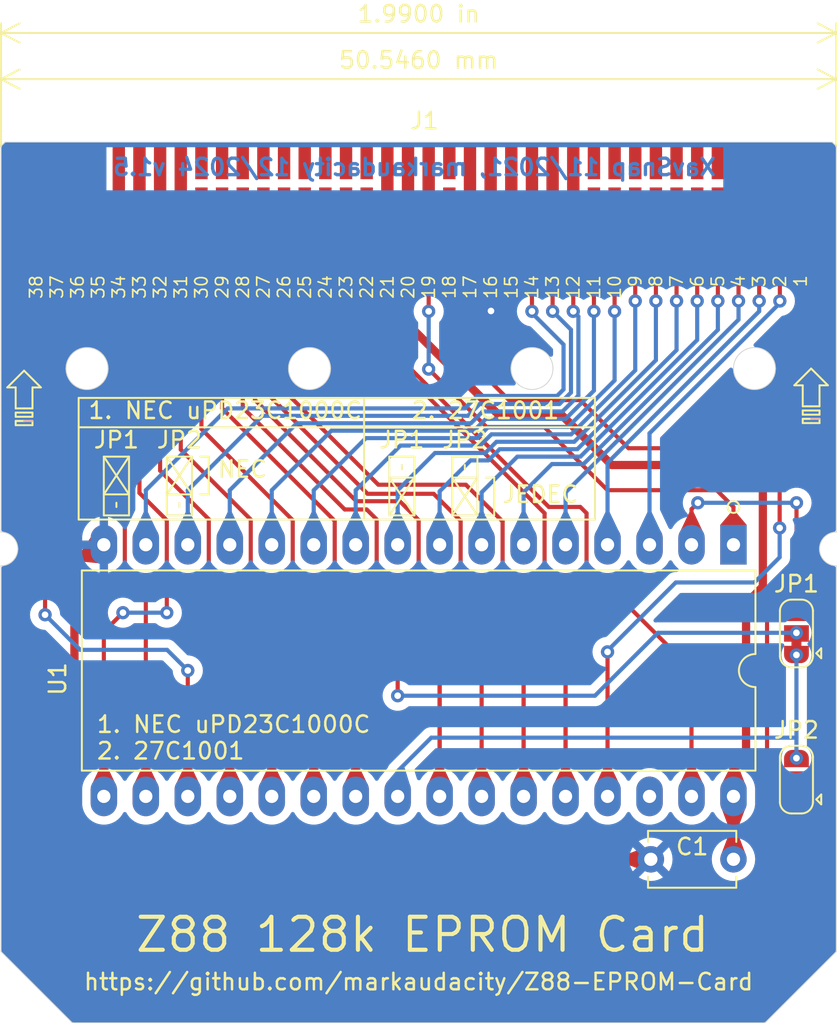
<source format=kicad_pcb>
(kicad_pcb (version 20240108) (generator "pcbnew") (generator_version "8.0")
  (layers (0 "F.Cu" signal) (31 "B.Cu" signal) (34 "B.Paste" user) (35 "F.Paste" user) (36 "B.SilkS" user "B.Silkscreen") (37 "F.SilkS" user "F.Silkscreen") (38 "B.Mask" user) (39 "F.Mask" user) (44 "Edge.Cuts" user))
  (net 0 "")
  (net 1 "GND")
  (net 2 "VCC")
  (net 3 "/D2")
  (net 4 "/D1")
  (net 5 "/A14")
  (net 6 "/D0")
  (net 7 "/A13")
  (net 8 "/A0")
  (net 9 "/A8")
  (net 10 "/A1")
  (net 11 "/A9")
  (net 12 "/A2")
  (net 13 "/A11")
  (net 14 "/A3")
  (net 15 "/A4")
  (net 16 "/A10")
  (net 17 "/A5")
  (net 18 "/A6")
  (net 19 "/D7")
  (net 20 "/A7")
  (net 21 "/D6")
  (net 22 "/A12")
  (net 23 "/D5")
  (net 24 "/A15")
  (net 25 "/D4")
  (net 26 "/A16")
  (net 27 "/D3")
  (net 28 "/~{SE1}")
  (net 29 "/Vpp")
  (net 30 "/WEL")
  (net 31 "/ROE")
  (footprint "Package_DIP:DIP-32_W15.24mm_LongPads" (layer "F.Cu") (at 160.02 87.376 -90)
    (property "Reference" "U1")
    (property "Value" "NEC_ROM")
  )
  (footprint "Capacitor_THT:C_Disc_D5.1mm_W3.2mm_P5.00mm" (layer "F.Cu") (at 155.02 106.426)
    (property "Reference" "C1")
    (property "Value" "100nF")
  )
  (footprint "Z88:Conn_Z88_1.25mm" (layer "F.Cu") (at 140.951 62.992)
    (property "Reference" "J1")
    (property "Value" "Conn_Z88")
  )
  (footprint "Jumper:SolderJumper-3_P1.3mm_Bridged12_RoundedPad1.0x1.5mm" (layer "F.Cu") (at 163.83 101.6 90)
    (property "Reference" "JP2")
    (property "Value" "SolderJumper-3_RoundedPad1.0x1.5mm" (hide yes))
  )
  (footprint "Jumper:SolderJumper-3_P1.3mm_Bridged12_RoundedPad1.0x1.5mm" (layer "F.Cu") (at 163.83 92.75 90)
    (property "Reference" "JP1")
    (property "Value" "SolderJumper-3_P1.3mm_Bridged12_RoundedPad1.0x1.5mm" (hide yes))
  )
  (gr_line (start 164.719 79.756) (end 165.227 79.756) (stroke (width 0.12)) (layer "B.SilkS"))
  (gr_line (start 117.094 79.883) (end 117.602 79.883) (stroke (width 0.12)) (layer "B.SilkS"))
  (gr_line (start 164.719 79.756) (end 164.211 79.756) (stroke (width 0.12)) (layer "F.SilkS"))
  (gr_line (start 165.735 77.724) (end 165.227 77.724) (stroke (width 0.12)) (layer "F.SilkS"))
  (gr_line (start 165.227 79.502) (end 164.719 79.502) (stroke (width 0.12)) (layer "F.SilkS"))
  (gr_line (start 165.227 79.756) (end 165.227 80.01) (stroke (width 0.12)) (layer "F.SilkS"))
  (gr_line (start 165.227 79.248) (end 164.719 79.248) (stroke (width 0.12)) (layer "F.SilkS"))
  (gr_line (start 165.227 77.724) (end 165.227 78.994) (stroke (width 0.12)) (layer "F.SilkS"))
  (gr_line (start 164.719 76.708) (end 165.735 77.724) (stroke (width 0.12)) (layer "F.SilkS"))
  (gr_line (start 165.227 80.01) (end 164.719 80.01) (stroke (width 0.12)) (layer "F.SilkS"))
  (gr_line (start 165.227 79.248) (end 165.227 79.502) (stroke (width 0.12)) (layer "F.SilkS"))
  (gr_line (start 165.227 78.994) (end 164.719 78.994) (stroke (width 0.12)) (layer "F.SilkS"))
  (gr_line (start 165.227 79.756) (end 164.719 79.756) (stroke (width 0.12)) (layer "F.SilkS"))
  (gr_line (start 116.586 79.629) (end 117.094 79.629) (stroke (width 0.12)) (layer "F.SilkS"))
  (gr_line (start 116.586 80.137) (end 117.094 80.137) (stroke (width 0.12)) (layer "F.SilkS"))
  (gr_line (start 116.586 77.851) (end 116.586 79.121) (stroke (width 0.12)) (layer "F.SilkS"))
  (gr_line (start 116.586 79.883) (end 117.094 79.883) (stroke (width 0.12)) (layer "F.SilkS"))
  (gr_line (start 116.078 77.851) (end 116.586 77.851) (stroke (width 0.12)) (layer "F.SilkS"))
  (gr_line (start 116.586 79.883) (end 116.586 80.137) (stroke (width 0.12)) (layer "F.SilkS"))
  (gr_line (start 117.094 76.835) (end 116.078 77.851) (stroke (width 0.12)) (layer "F.SilkS"))
  (gr_line (start 116.586 79.375) (end 117.094 79.375) (stroke (width 0.12)) (layer "F.SilkS"))
  (gr_line (start 117.094 79.883) (end 116.586 79.883) (stroke (width 0.12)) (layer "F.SilkS"))
  (gr_line (start 116.586 79.375) (end 116.586 79.629) (stroke (width 0.12)) (layer "F.SilkS"))
  (gr_line (start 116.586 79.121) (end 117.094 79.121) (stroke (width 0.12)) (layer "F.SilkS"))
  (gr_line (start 118.11 77.851) (end 117.602 77.851) (stroke (width 0.12)) (layer "F.SilkS"))
  (gr_line (start 117.602 79.629) (end 117.094 79.629) (stroke (width 0.12)) (layer "F.SilkS"))
  (gr_line (start 117.602 79.375) (end 117.094 79.375) (stroke (width 0.12)) (layer "F.SilkS"))
  (gr_line (start 117.602 77.851) (end 117.602 79.121) (stroke (width 0.12)) (layer "F.SilkS"))
  (gr_line (start 117.602 79.883) (end 117.094 79.883) (stroke (width 0.12)) (layer "F.SilkS"))
  (gr_line (start 117.602 79.121) (end 117.094 79.121) (stroke (width 0.12)) (layer "F.SilkS"))
  (gr_line (start 117.094 76.835) (end 118.11 77.851) (stroke (width 0.12)) (layer "F.SilkS"))
  (gr_line (start 117.602 80.137) (end 117.094 80.137) (stroke (width 0.12)) (layer "F.SilkS"))
  (gr_line (start 117.602 79.883) (end 117.602 80.137) (stroke (width 0.12)) (layer "F.SilkS"))
  (gr_line (start 117.602 79.375) (end 117.602 79.629) (stroke (width 0.12)) (layer "F.SilkS"))
  (gr_line (start 123.444 82.042) (end 121.92 82.042) (stroke (width 0.12)) (layer "F.SilkS"))
  (gr_line (start 121.92 84.328) (end 123.444 82.042) (stroke (width 0.12)) (layer "F.SilkS"))
  (gr_line (start 121.92 82.042) (end 123.444 84.328) (stroke (width 0.12)) (layer "F.SilkS"))
  (gr_line (start 125.73 82.042) (end 125.73 85.598) (stroke (width 0.12)) (layer "F.SilkS"))
  (gr_line (start 127.254 85.598) (end 127.254 82.042) (stroke (width 0.12)) (layer "F.SilkS"))
  (gr_line (start 126.492 85.09) (end 126.492 84.836) (stroke (width 0.12)) (layer "F.SilkS"))
  (gr_line (start 125.73 82.042) (end 127.254 84.328) (stroke (width 0.12)) (layer "F.SilkS"))
  (gr_line (start 125.73 84.328) (end 127.254 82.042) (stroke (width 0.12)) (layer "F.SilkS"))
  (gr_line (start 125.73 84.328) (end 127.254 84.328) (stroke (width 0.12)) (layer "F.SilkS"))
  (gr_line (start 127.254 82.042) (end 125.73 82.042) (stroke (width 0.12)) (layer "F.SilkS"))
  (gr_line (start 125.73 85.598) (end 127.254 85.598) (stroke (width 0.12)) (layer "F.SilkS"))
  (gr_line (start 127.762 82.042) (end 128.016 82.042) (stroke (width 0.12)) (layer "F.SilkS"))
  (gr_line (start 144.526 85.598) (end 144.526 82.042) (stroke (width 0.12)) (layer "F.SilkS"))
  (gr_line (start 143.002 82.042) (end 143.002 85.598) (stroke (width 0.12)) (layer "F.SilkS"))
  (gr_line (start 143.764 82.55) (end 143.764 82.804) (stroke (width 0.12)) (layer "F.SilkS"))
  (gr_line (start 144.526 85.598) (end 143.002 83.312) (stroke (width 0.12)) (layer "F.SilkS"))
  (gr_line (start 139.954 82.55) (end 139.954 82.804) (stroke (width 0.12)) (layer "F.SilkS"))
  (gr_line (start 144.526 83.312) (end 143.002 85.598) (stroke (width 0.12)) (layer "F.SilkS"))
  (gr_line (start 144.526 83.312) (end 143.002 83.312) (stroke (width 0.12)) (layer "F.SilkS"))
  (gr_line (start 143.002 85.598) (end 144.526 85.598) (stroke (width 0.12)) (layer "F.SilkS"))
  (gr_line (start 139.192 82.042) (end 139.192 85.598) (stroke (width 0.12)) (layer "F.SilkS"))
  (gr_line (start 140.716 85.598) (end 139.192 83.312) (stroke (width 0.12)) (layer "F.SilkS"))
  (gr_line (start 140.716 83.312) (end 139.192 85.598) (stroke (width 0.12)) (layer "F.SilkS"))
  (gr_line (start 144.526 82.042) (end 143.002 82.042) (stroke (width 0.12)) (layer "F.SilkS"))
  (gr_line (start 140.716 85.598) (end 140.716 82.042) (stroke (width 0.12)) (layer "F.SilkS"))
  (gr_line (start 145.542 85.598) (end 145.034 85.598) (stroke (width 0.12)) (layer "F.SilkS"))
  (gr_line (start 145.288 83.312) (end 145.542 83.312) (stroke (width 0.12)) (layer "F.SilkS"))
  (gr_line (start 139.192 85.598) (end 140.716 85.598) (stroke (width 0.12)) (layer "F.SilkS"))
  (gr_line (start 140.716 82.042) (end 139.192 82.042) (stroke (width 0.12)) (layer "F.SilkS"))
  (gr_line (start 145.034 83.312) (end 145.288 83.312) (stroke (width 0.12)) (layer "F.SilkS"))
  (gr_line (start 145.542 83.312) (end 145.542 85.598) (stroke (width 0.12)) (layer "F.SilkS"))
  (gr_line (start 140.716 83.312) (end 139.192 83.312) (stroke (width 0.12)) (layer "F.SilkS"))
  (gr_line (start 151.638 78.486) (end 151.638 80.264) (stroke (width 0.12)) (layer "F.SilkS"))
  (gr_line (start 120.396 78.486) (end 120.396 80.264) (stroke (width 0.12)) (layer "F.SilkS"))
  (gr_line (start 123.444 85.598) (end 123.444 82.042) (stroke (width 0.12)) (layer "F.SilkS"))
  (gr_circle (center 160.02 85.09) (end 160.274 85.344) (stroke (width 0.12)) (fill none) (layer "F.SilkS"))
  (gr_line (start 164.211 79.756) (end 164.719 79.756) (stroke (width 0.12)) (layer "F.SilkS"))
  (gr_line (start 151.638 85.852) (end 120.396 85.852) (stroke (width 0.12)) (layer "F.SilkS"))
  (gr_line (start 128.27 82.042) (end 128.27 84.328) (stroke (width 0.12)) (layer "F.SilkS"))
  (gr_line (start 151.638 80.264) (end 151.638 85.852) (stroke (width 0.12)) (layer "F.SilkS"))
  (gr_line (start 164.211 80.01) (end 164.719 80.01) (stroke (width 0.12)) (layer "F.SilkS"))
  (gr_line (start 164.211 79.248) (end 164.719 79.248) (stroke (width 0.12)) (layer "F.SilkS"))
  (gr_line (start 120.396 80.264) (end 151.638 80.264) (stroke (width 0.12)) (layer "F.SilkS"))
  (gr_line (start 128.27 84.328) (end 127.762 84.328) (stroke (width 0.12)) (layer "F.SilkS"))
  (gr_line (start 121.92 85.598) (end 123.444 85.598) (stroke (width 0.12)) (layer "F.SilkS"))
  (gr_line (start 137.668 80.264) (end 137.668 78.486) (stroke (width 0.12)) (layer "F.SilkS"))
  (gr_line (start 137.668 78.486) (end 120.396 78.486) (stroke (width 0.12)) (layer "F.SilkS"))
  (gr_line (start 164.211 79.248) (end 164.211 79.502) (stroke (width 0.12)) (layer "F.SilkS"))
  (gr_line (start 121.92 82.042) (end 121.92 85.598) (stroke (width 0.12)) (layer "F.SilkS"))
  (gr_line (start 120.396 85.852) (end 120.396 80.264) (stroke (width 0.12)) (layer "F.SilkS"))
  (gr_line (start 164.719 76.708) (end 163.703 77.724) (stroke (width 0.12)) (layer "F.SilkS"))
  (gr_line (start 163.703 77.724) (end 164.211 77.724) (stroke (width 0.12)) (layer "F.SilkS"))
  (gr_line (start 164.211 79.756) (end 164.211 80.01) (stroke (width 0.12)) (layer "F.SilkS"))
  (gr_line (start 122.682 85.09) (end 122.682 84.836) (stroke (width 0.12)) (layer "F.SilkS"))
  (gr_line (start 137.668 78.486) (end 151.638 78.486) (stroke (width 0.12)) (layer "F.SilkS"))
  (gr_line (start 128.016 82.042) (end 128.27 82.042) (stroke (width 0.12)) (layer "F.SilkS"))
  (gr_line (start 164.211 77.724) (end 164.211 78.994) (stroke (width 0.12)) (layer "F.SilkS"))
  (gr_line (start 121.92 84.328) (end 123.444 84.328) (stroke (width 0.12)) (layer "F.SilkS"))
  (gr_line (start 164.211 78.994) (end 164.719 78.994) (stroke (width 0.12)) (layer "F.SilkS"))
  (gr_line (start 164.211 79.502) (end 164.719 79.502) (stroke (width 0.12)) (layer "F.SilkS"))
  (gr_line (start 137.668 80.264) (end 137.668 85.852) (stroke (width 0.12)) (layer "F.SilkS"))
  (gr_circle (center 147.828 76.708) (end 149.098 76.708) (stroke (width 0.05)) (fill none) (layer "Edge.Cuts"))
  (gr_line (start 165.989 62.992) (end 166.243 63.246) (stroke (width 0.05)) (layer "Edge.Cuts"))
  (gr_line (start 115.697 63.246) (end 115.951 62.992) (stroke (width 0.05)) (layer "Edge.Cuts"))
  (gr_line (start 115.697 88.646) (end 115.697 112.014) (stroke (width 0.05)) (layer "Edge.Cuts"))
  (gr_line (start 166.243 63.246) (end 166.243 86.614) (stroke (width 0.05)) (layer "Edge.Cuts"))
  (gr_line (start 166.243 112.014) (end 166.243 88.646) (stroke (width 0.05)) (layer "Edge.Cuts"))
  (gr_line (start 161.925 116.332) (end 120.015 116.332) (stroke (width 0.05)) (layer "Edge.Cuts"))
  (gr_line (start 115.951 62.992) (end 165.989 62.992) (stroke (width 0.05)) (layer "Edge.Cuts"))
  (gr_circle (center 134.366 76.708) (end 135.636 76.708) (stroke (width 0.05)) (fill none) (layer "Edge.Cuts"))
  (gr_line (start 115.697 86.614) (end 115.697 63.246) (stroke (width 0.05)) (layer "Edge.Cuts"))
  (gr_arc (start 166.243 88.646) (mid 165.227 87.63) (end 166.243 86.614) (stroke (width 0.05)) (layer "Edge.Cuts"))
  (gr_circle (center 120.904 76.708) (end 122.174 76.708) (stroke (width 0.05)) (fill none) (layer "Edge.Cuts"))
  (gr_line (start 166.243 112.014) (end 161.925 116.332) (stroke (width 0.05)) (layer "Edge.Cuts"))
  (gr_circle (center 161.29 76.708) (end 162.56 76.708) (stroke (width 0.05)) (fill none) (layer "Edge.Cuts"))
  (gr_arc (start 115.697 86.614) (mid 116.713 87.63) (end 115.697 88.646) (stroke (width 0.05)) (layer "Edge.Cuts"))
  (gr_line (start 115.697 112.014) (end 120.015 116.332) (stroke (width 0.05)) (layer "Edge.Cuts"))
  (gr_text "XavSnap 11/2021, markaudacity 12/2024 v1.5" (at 140.716 64.516 0) (layer "B.Cu") (effects (font (size 1 1) (thickness 0.2)) (justify mirror)))
  (gr_text "JP2" (at 126.492 81.026 0) (layer "F.SilkS") (effects (font (size 1 1))))
  (gr_text "JP1" (at 139.954 81.026 0) (layer "F.SilkS") (effects (font (size 1 1))))
  (gr_text "JP2" (at 143.764 81.026 0) (layer "F.SilkS") (effects (font (size 1 1))))
  (gr_text "2. 27C1001" (at 140.462 79.248 0) (layer "F.SilkS") (effects (font (size 1 1)) (justify left)))
  (gr_text "JP1" (at 122.682 81.026 0) (layer "F.SilkS") (effects (font (size 1 1))))
  (gr_text "1. NEC uPD23C1000C\n2. 27C1001" (at 121.412 99.06 0) (layer "F.SilkS") (effects (font (size 1 1)) (justify left)))
  (gr_text "Z88 128k EPROM Card" (at 141.201 110.992 0) (layer "F.SilkS") (effects (font (size 2 2) (thickness 0.25))))
  (gr_text "https://github.com/markaudacity/Z88-EPROM-Card" (at 140.964 114.427 0) (layer "F.SilkS") (effects (font (size 1 1)) (justify bottom)))
  (gr_text "JEDEC" (at 148.336 84.328 0) (layer "F.SilkS") (effects (font (size 1 1))))
  (gr_text "NEC" (at 130.302 82.804 0) (layer "F.SilkS") (effects (font (size 1 1))))
  (gr_text "1. NEC uPD23C1000C" (at 120.904 79.248 0) (layer "F.SilkS") (effects (font (size 1 1)) (justify left)))
  (dimension (type aligned) (layer "F.SilkS") (pts (xy 166.243 63.246) (xy 115.697 63.246)) (height 6.858) (gr_text "1.9900 in" (at 140.97 55.238 0) (layer "F.SilkS") (effects (font (size 1 1) (thickness 0.15)))) (format (prefix "") (suffix "") (units 0) (units_format 1) (precision 4)) (style (thickness 0.12) (arrow_length 1.27) (text_position_mode 0) (extension_height 0.58642) (extension_offset 0) keep_text_aligned))
  (dimension (type aligned) (layer "F.SilkS") (pts (xy 115.697 63.246) (xy 166.243 63.246)) (height -4.063999) (gr_text "1.9900 in" (at 140.97 58.032001 0) (layer "F.SilkS") (effects (font (size 1 1) (thickness 0.15)))) (format (prefix "") (suffix "") (units 3) (units_format 1) (precision 4)) (style (thickness 0.12) (arrow_length 1.27) (text_position_mode 0) (extension_height 0.58642) (extension_offset 0) keep_text_aligned))
  (segment (start 145.346653 72.387653) (end 144.076 71.117) (width 0.5) (layer "F.Cu") (net 1))
  (segment (start 120.142 88.646) (end 120.142 104.648) (width 0.5) (layer "F.Cu") (net 1))
  (segment (start 144.076 71.117) (end 144.076 66.867) (width 0.5) (layer "F.Cu") (net 1))
  (segment (start 145.326 66.867) (end 145.326 73.200694) (width 0.5) (layer "F.Cu") (net 1))
  (segment (start 121.92 87.376) (end 121.412 87.376) (width 0.5) (layer "F.Cu") (net 1))
  (segment (start 121.92 106.426) (end 155.02 106.426) (width 0.5) (layer "F.Cu") (net 1))
  (segment (start 145.346653 73.221347) (end 145.346653 72.387653) (width 0.5) (layer "F.Cu") (net 1))
  (segment (start 145.326 73.200694) (end 145.346653 73.221347) (width 0.5) (layer "F.Cu") (net 1))
  (segment (start 121.412 87.376) (end 120.142 88.646) (width 0.5) (layer "F.Cu") (net 1))
  (segment (start 120.142 104.648) (end 121.92 106.426) (width 0.5) (layer "F.Cu") (net 1))
  (via (at 145.346653 73.221347) (size 0.8) (drill 0.4) (layers "F.Cu" "B.Cu") (net 1))
  (segment (start 149.606 79.502) (end 145.796 79.502) (width 0.5) (layer "F.Cu") (net 2))
  (segment (start 140.335 72.517) (end 140.335 69.215) (width 0.5) (layer "F.Cu") (net 2))
  (segment (start 160.02 100.838) (end 160.782 100.076) (width 0.5) (layer "F.Cu") (net 2))
  (segment (start 160.782 100.076) (end 160.782 90.932) (width 0.5) (layer "F.Cu") (net 2))
  (segment (start 139.065 71.247) (end 140.335 72.517) (width 0.5) (layer "F.Cu") (net 2))
  (segment (start 160.02 102.616) (end 160.02 100.838) (width 0.5) (layer "F.Cu") (net 2))
  (segment (start 152.654 82.55) (end 149.606 79.502) (width 0.5) (layer "F.Cu") (net 2))
  (segment (start 161.798 83.312) (end 161.036 82.55) (width 0.5) (layer "F.Cu") (net 2))
  (segment (start 140.335 74.041) (end 140.335 72.517) (width 0.5) (layer "F.Cu") (net 2))
  (segment (start 160.782 90.932) (end 161.798 89.916) (width 0.5) (layer "F.Cu") (net 2))
  (segment (start 161.798 89.916) (end 161.798 83.312) (width 0.5) (layer "F.Cu") (net 2))
  (segment (start 161.036 82.55) (end 152.654 82.55) (width 0.5) (layer "F.Cu") (net 2))
  (segment (start 145.796 79.502) (end 140.335 74.041) (width 0.5) (layer "F.Cu") (net 2))
  (segment (start 160.02 102.616) (end 160.02 106.172) (width 0.5) (layer "F.Cu") (net 2))
  (segment (start 139.065 69.215) (end 139.065 71.247) (width 0.5) (layer "F.Cu") (net 2))
  (segment (start 147.826 73.242) (end 147.826 69.117) (width 0.25) (layer "F.Cu") (net 3))
  (via (at 147.826 73.242) (size 0.8) (drill 0.4) (layers "F.Cu" "B.Cu") (net 3))
  (segment (start 144.51377 78.367) (end 143.75977 79.121) (width 0.25) (layer "B.Cu") (net 3))
  (segment (start 149.34259 78.367) (end 144.51377 78.367) (width 0.25) (layer "B.Cu") (net 3))
  (segment (start 147.826 73.342305) (end 149.737 75.253305) (width 0.25) (layer "B.Cu") (net 3))
  (segment (start 124.46 84.078) (end 124.46 87.376) (width 0.25) (layer "B.Cu") (net 3))
  (segment (start 149.737 75.253305) (end 149.737 77.97259) (width 0.25) (layer "B.Cu") (net 3))
  (segment (start 143.75977 79.121) (end 129.417 79.121) (width 0.25) (layer "B.Cu") (net 3))
  (segment (start 129.417 79.121) (end 124.46 84.078) (width 0.25) (layer "B.Cu") (net 3))
  (segment (start 149.737 77.97259) (end 149.34259 78.367) (width 0.25) (layer "B.Cu") (net 3))
  (segment (start 149.076 73.242) (end 149.076 69.117) (width 0.25) (layer "F.Cu") (net 4))
  (via (at 149.076 73.242) (size 0.8) (drill 0.4) (layers "F.Cu" "B.Cu") (net 4))
  (segment (start 144.661199 78.855981) (end 143.94618 79.571) (width 0.25) (layer "B.Cu") (net 4))
  (segment (start 143.94618 79.571) (end 131.507 79.571) (width 0.25) (layer "B.Cu") (net 4))
  (segment (start 150.187 74.353) (end 150.187 78.158986) (width 0.25) (layer "B.Cu") (net 4))
  (segment (start 131.507 79.571) (end 127 84.078) (width 0.25) (layer "B.Cu") (net 4))
  (segment (start 127 84.078) (end 127 87.376) (width 0.25) (layer "B.Cu") (net 4))
  (segment (start 149.076 73.242) (end 150.187 74.353) (width 0.25) (layer "B.Cu") (net 4))
  (segment (start 149.490005 78.855981) (end 144.661199 78.855981) (width 0.25) (layer "B.Cu") (net 4))
  (segment (start 150.187 78.158986) (end 149.490005 78.855981) (width 0.25) (layer "B.Cu") (net 4))
  (segment (start 153.67 81.534) (end 161.798 81.534) (width 0.25) (layer "F.Cu") (net 5))
  (segment (start 146.435 78.617) (end 150.753 78.617) (width 0.25) (layer "F.Cu") (net 5))
  (segment (start 150.753 78.617) (end 153.67 81.534) (width 0.25) (layer "F.Cu") (net 5))
  (segment (start 152.4 102.616) (end 152.4 93.867) (width 0.25) (layer "F.Cu") (net 5))
  (segment (start 161.798 81.534) (end 162.814 82.55) (width 0.25) (layer "F.Cu") (net 5))
  (segment (start 162.814 82.55) (end 162.814 86.36) (width 0.25) (layer "F.Cu") (net 5))
  (segment (start 142.826 68.117) (end 142.826 72.617) (width 0.25) (layer "F.Cu") (net 5))
  (segment (start 145.161 74.952) (end 145.161 77.343) (width 0.25) (layer "F.Cu") (net 5))
  (segment (start 142.826 72.617) (end 145.161 74.952) (width 0.25) (layer "F.Cu") (net 5))
  (segment (start 145.161 77.343) (end 146.435 78.617) (width 0.25) (layer "F.Cu") (net 5))
  (via (at 152.4 93.867) (size 0.8) (drill 0.4) (layers "F.Cu" "B.Cu") (net 5))
  (via (at 162.814 86.36) (size 0.8) (drill 0.4) (layers "F.Cu" "B.Cu") (net 5))
  (segment (start 152.4 93.867) (end 152.4 93.793) (width 0.25) (layer "B.Cu") (net 5))
  (segment (start 162.814 88.138) (end 162.814 86.36) (width 0.25) (layer "B.Cu") (net 5))
  (segment (start 152.4 93.793) (end 156.531 89.662) (width 0.25) (layer "B.Cu") (net 5))
  (segment (start 156.531 89.662) (end 161.29 89.662) (width 0.25) (layer "B.Cu") (net 5))
  (segment (start 161.29 89.662) (end 162.814 88.138) (width 0.25) (layer "B.Cu") (net 5))
  (segment (start 150.326 73.242) (end 150.326 69.117) (width 0.25) (layer "F.Cu") (net 6))
  (via (at 150.326 73.242) (size 0.8) (drill 0.4) (layers "F.Cu" "B.Cu") (net 6))
  (segment (start 150.637 78.345382) (end 149.676392 79.30599) (width 0.25) (layer "B.Cu") (net 6))
  (segment (start 149.676392 79.30599) (end 144.8476 79.30599) (width 0.25) (layer "B.Cu") (net 6))
  (segment (start 144.13259 80.021) (end 133.597 80.021) (width 0.25) (layer "B.Cu") (net 6))
  (segment (start 129.54 84.078) (end 129.54 87.376) (width 0.25) (layer "B.Cu") (net 6))
  (segment (start 144.8476 79.30599) (end 144.13259 80.021) (width 0.25) (layer "B.Cu") (net 6))
  (segment (start 133.597 80.021) (end 129.54 84.078) (width 0.25) (layer "B.Cu") (net 6))
  (segment (start 150.637 73.553) (end 150.637 78.345382) (width 0.25) (layer "B.Cu") (net 6))
  (segment (start 150.326 73.242) (end 150.637 73.553) (width 0.25) (layer "B.Cu") (net 6))
  (segment (start 149.86 95.026) (end 148.59 93.756) (width 0.25) (layer "F.Cu") (net 7))
  (segment (start 149.86 102.616) (end 149.86 95.25) (width 0.25) (layer "F.Cu") (net 7))
  (segment (start 149.86 95.25) (end 149.86 100.584) (width 0.25) (layer "F.Cu") (net 7))
  (segment (start 148.59 93.756) (end 148.59 85.468396) (width 0.25) (layer "F.Cu") (net 7))
  (segment (start 136.576 73.454396) (end 136.576 68.117) (width 0.25) (layer "F.Cu") (net 7))
  (segment (start 148.59 85.468396) (end 136.576 73.454396) (width 0.25) (layer "F.Cu") (net 7))
  (segment (start 149.86 95.25) (end 149.86 95.026) (width 0.25) (layer "F.Cu") (net 7))
  (segment (start 151.576 73.242) (end 151.576 68.117) (width 0.25) (layer "F.Cu") (net 8))
  (via (at 151.576 73.242) (size 0.8) (drill 0.4) (layers "F.Cu" "B.Cu") (net 8))
  (segment (start 149.862778 79.756) (end 145.034 79.756) (width 0.25) (layer "B.Cu") (net 8))
  (segment (start 135.687 80.471) (end 132.08 84.078) (width 0.25) (layer "B.Cu") (net 8))
  (segment (start 151.576 73.242) (end 151.576 78.042778) (width 0.25) (layer "B.Cu") (net 8))
  (segment (start 132.08 84.078) (end 132.08 87.376) (width 0.25) (layer "B.Cu") (net 8))
  (segment (start 144.319 80.471) (end 135.687 80.471) (width 0.25) (layer "B.Cu") (net 8))
  (segment (start 145.034 79.756) (end 144.319 80.471) (width 0.25) (layer "B.Cu") (net 8))
  (segment (start 151.718 73.134) (end 151.684 73.134) (width 0.25) (layer "B.Cu") (net 8))
  (segment (start 151.576 78.042778) (end 149.862778 79.756) (width 0.25) (layer "B.Cu") (net 8))
  (segment (start 151.684 73.134) (end 151.576 73.242) (width 0.25) (layer "B.Cu") (net 8))
  (segment (start 138.5285 83.742) (end 132.588 77.8015) (width 0.25) (layer "F.Cu") (net 9))
  (segment (start 135.326 72.992) (end 135.326 68.117) (width 0.25) (layer "F.Cu") (net 9))
  (segment (start 143.826 83.742) (end 138.5285 83.742) (width 0.25) (layer "F.Cu") (net 9))
  (segment (start 147.32 100.838) (end 147.32 95.758) (width 0.25) (layer "F.Cu") (net 9))
  (segment (start 147.32 94.986) (end 146.05 93.716) (width 0.25) (layer "F.Cu") (net 9))
  (segment (start 146.05 93.716) (end 146.05 85.966) (width 0.25) (layer "F.Cu") (net 9))
  (segment (start 147.32 102.616) (end 147.32 95.758) (width 0.25) (layer "F.Cu") (net 9))
  (segment (start 132.588 75.73) (end 135.326 72.992) (width 0.25) (layer "F.Cu") (net 9))
  (segment (start 146.05 85.966) (end 143.826 83.742) (width 0.25) (layer "F.Cu") (net 9))
  (segment (start 147.32 95.758) (end 147.32 94.986) (width 0.25) (layer "F.Cu") (net 9))
  (segment (start 132.588 77.8015) (end 132.588 75.73) (width 0.25) (layer "F.Cu") (net 9))
  (segment (start 152.826 73.242) (end 152.826 68.117) (width 0.25) (layer "F.Cu") (net 10))
  (via (at 152.826 73.242) (size 0.8) (drill 0.4) (layers "F.Cu" "B.Cu") (net 10))
  (segment (start 152.826 77.429174) (end 150.013214 80.24196) (width 0.25) (layer "B.Cu") (net 10))
  (segment (start 137.777 80.921) (end 134.62 84.078) (width 0.25) (layer "B.Cu") (net 10))
  (segment (start 145.184436 80.24196) (end 144.505396 80.921) (width 0.25) (layer "B.Cu") (net 10))
  (segment (start 152.826 73.242) (end 152.826 77.429174) (width 0.25) (layer "B.Cu") (net 10))
  (segment (start 134.62 84.078) (end 134.62 87.376) (width 0.25) (layer "B.Cu") (net 10))
  (segment (start 150.013214 80.24196) (end 145.184436 80.24196) (width 0.25) (layer "B.Cu") (net 10))
  (segment (start 144.505396 80.921) (end 137.777 80.921) (width 0.25) (layer "B.Cu") (net 10))
  (segment (start 131.826 75.242) (end 134.076 72.992) (width 0.25) (layer "F.Cu") (net 11))
  (segment (start 141.876 84.292) (end 137.876 84.292) (width 0.25) (layer "F.Cu") (net 11))
  (segment (start 143.51 85.926) (end 141.876 84.292) (width 0.25) (layer "F.Cu") (net 11))
  (segment (start 131.826 78.242) (end 131.826 75.242) (width 0.25) (layer "F.Cu") (net 11))
  (segment (start 144.78 102.616) (end 144.78 95.071) (width 0.25) (layer "F.Cu") (net 11))
  (segment (start 144.78 95.071) (end 143.51 93.801) (width 0.25) (layer "F.Cu") (net 11))
  (segment (start 137.876 84.292) (end 131.826 78.242) (width 0.25) (layer "F.Cu") (net 11))
  (segment (start 134.076 72.992) (end 134.076 68.117) (width 0.25) (layer "F.Cu") (net 11))
  (segment (start 143.51 93.801) (end 143.51 85.926) (width 0.25) (layer "F.Cu") (net 11))
  (segment (start 154.076 72.617) (end 154.076 68.117) (width 0.25) (layer "F.Cu") (net 12))
  (via (at 154.076 72.617) (size 0.8) (drill 0.4) (layers "F.Cu" "B.Cu") (net 12))
  (segment (start 150.1996 80.69197) (end 145.370822 80.69197) (width 0.25) (layer "B.Cu") (net 12))
  (segment (start 154.076 76.81557) (end 150.1996 80.69197) (width 0.25) (layer "B.Cu") (net 12))
  (segment (start 154.076 72.617) (end 154.076 76.81557) (width 0.25) (layer "B.Cu") (net 12))
  (segment (start 139.867 81.371) (end 137.16 84.078) (width 0.25) (layer "B.Cu") (net 12))
  (segment (start 145.370822 80.69197) (end 144.691792 81.371) (width 0.25) (layer "B.Cu") (net 12))
  (segment (start 144.691792 81.371) (end 139.867 81.371) (width 0.25) (layer "B.Cu") (net 12))
  (segment (start 137.16 84.078) (end 137.16 87.376) (width 0.25) (layer "B.Cu") (net 12))
  (segment (start 131.064 78.605) (end 131.064 74.754) (width 0.25) (layer "F.Cu") (net 13))
  (segment (start 142.24 102.616) (end 142.24 95.758) (width 0.25) (layer "F.Cu") (net 13))
  (segment (start 140.97 93.761) (end 140.97 85.886) (width 0.25) (layer "F.Cu") (net 13))
  (segment (start 142.24 95.031) (end 140.97 93.761) (width 0.25) (layer "F.Cu") (net 13))
  (segment (start 137.201 84.742) (end 131.064 78.605) (width 0.25) (layer "F.Cu") (net 13))
  (segment (start 142.24 95.758) (end 142.24 100.584) (width 0.25) (layer "F.Cu") (net 13))
  (segment (start 140.97 85.886) (end 139.826 84.742) (width 0.25) (layer "F.Cu") (net 13))
  (segment (start 142.24 95.758) (end 142.24 95.031) (width 0.25) (layer "F.Cu") (net 13))
  (segment (start 139.826 84.742) (end 137.201 84.742) (width 0.25) (layer "F.Cu") (net 13))
  (segment (start 132.826 72.992) (end 132.826 68.117) (width 0.25) (layer "F.Cu") (net 13))
  (segment (start 131.064 74.754) (end 132.826 72.992) (width 0.25) (layer "F.Cu") (net 13))
  (segment (start 155.326 72.617) (end 155.326 68.117) (width 0.25) (layer "F.Cu") (net 14))
  (via (at 155.326 72.617) (size 0.8) (drill 0.4) (layers "F.Cu" "B.Cu") (net 14))
  (segment (start 150.385986 81.14198) (end 145.68002 81.14198) (width 0.25) (layer "B.Cu") (net 14))
  (segment (start 155.326 72.617) (end 155.326 76.201966) (width 0.25) (layer "B.Cu") (net 14))
  (segment (start 145.001 81.821) (end 141.957 81.821) (width 0.25) (layer "B.Cu") (net 14))
  (segment (start 139.7 84.078) (end 139.7 87.376) (width 0.25) (layer "B.Cu") (net 14))
  (segment (start 145.68002 81.14198) (end 145.001 81.821) (width 0.25) (layer "B.Cu") (net 14))
  (segment (start 141.957 81.821) (end 139.7 84.078) (width 0.25) (layer "B.Cu") (net 14))
  (segment (start 155.326 76.201966) (end 150.385986 81.14198) (width 0.25) (layer "B.Cu") (net 14))
  (segment (start 156.576 72.617) (end 156.576 68.117) (width 0.25) (layer "F.Cu") (net 15))
  (via (at 156.576 72.617) (size 0.8) (drill 0.4) (layers "F.Cu" "B.Cu") (net 15))
  (segment (start 144.1105 82.271) (end 142.24 84.1415) (width 0.25) (layer "B.Cu") (net 15))
  (segment (start 156.576 75.588362) (end 150.572382 81.59198) (width 0.25) (layer "B.Cu") (net 15))
  (segment (start 142.24 84.1415) (end 142.24 87.376) (width 0.25) (layer "B.Cu") (net 15))
  (segment (start 150.572382 81.59198) (end 145.866416 81.59198) (width 0.25) (layer "B.Cu") (net 15))
  (segment (start 145.187396 82.271) (end 144.1105 82.271) (width 0.25) (layer "B.Cu") (net 15))
  (segment (start 156.576 72.617) (end 156.576 75.588362) (width 0.25) (layer "B.Cu") (net 15))
  (segment (start 145.866416 81.59198) (end 145.187396 82.271) (width 0.25) (layer "B.Cu") (net 15))
  (segment (start 129.076 79.117) (end 129.076 68.117) (width 0.25) (layer "F.Cu") (net 16))
  (segment (start 135.89 85.931) (end 129.076 79.117) (width 0.25) (layer "F.Cu") (net 16))
  (segment (start 137.16 102.616) (end 137.16 94.951) (width 0.25) (layer "F.Cu") (net 16))
  (segment (start 135.89 93.681) (end 135.89 85.931) (width 0.25) (layer "F.Cu") (net 16))
  (segment (start 137.16 94.951) (end 135.89 93.681) (width 0.25) (layer "F.Cu") (net 16))
  (segment (start 157.826 72.617) (end 157.826 68.117) (width 0.25) (layer "F.Cu") (net 17))
  (via (at 157.826 72.617) (size 0.8) (drill 0.4) (layers "F.Cu" "B.Cu") (net 17))
  (segment (start 144.78 84.205) (end 144.78 87.376) (width 0.25) (layer "B.Cu") (net 17))
  (segment (start 157.826 74.974758) (end 150.758758 82.042) (width 0.25) (layer "B.Cu") (net 17))
  (segment (start 157.826 72.617) (end 157.826 74.974758) (width 0.25) (layer "B.Cu") (net 17))
  (segment (start 146.943 82.042) (end 144.78 84.205) (width 0.25) (layer "B.Cu") (net 17))
  (segment (start 150.758758 82.042) (end 146.943 82.042) (width 0.25) (layer "B.Cu") (net 17))
  (segment (start 159.076 72.617) (end 159.076 68.117) (width 0.25) (layer "F.Cu") (net 18))
  (via (at 159.076 72.617) (size 0.8) (drill 0.4) (layers "F.Cu" "B.Cu") (net 18))
  (segment (start 159.076 74.361154) (end 150.945154 82.492) (width 0.25) (layer "B.Cu") (net 18))
  (segment (start 150.945154 82.492) (end 149.033 82.492) (width 0.25) (layer "B.Cu") (net 18))
  (segment (start 159.076 72.617) (end 159.076 74.361154) (width 0.25) (layer "B.Cu") (net 18))
  (segment (start 149.033 82.492) (end 147.32 84.205) (width 0.25) (layer "B.Cu") (net 18))
  (segment (start 147.32 84.205) (end 147.32 87.376) (width 0.25) (layer "B.Cu") (net 18))
  (segment (start 126.576 81.617) (end 126.576 69.117) (width 0.25) (layer "F.Cu") (net 19))
  (segment (start 130.81 85.851) (end 126.576 81.617) (width 0.25) (layer "F.Cu") (net 19))
  (segment (start 132.08 102.616) (end 132.08 94.996) (width 0.25) (layer "F.Cu") (net 19))
  (segment (start 130.81 93.726) (end 130.81 85.851) (width 0.25) (layer "F.Cu") (net 19))
  (segment (start 132.08 94.996) (end 130.81 93.726) (width 0.25) (layer "F.Cu") (net 19))
  (segment (start 160.326 72.617) (end 160.326 68.117) (width 0.25) (layer "F.Cu") (net 20))
  (via (at 160.326 72.617) (size 0.8) (drill 0.4) (layers "F.Cu" "B.Cu") (net 20))
  (segment (start 160.326 73.74755) (end 151.13155 82.942) (width 0.25) (layer "B.Cu") (net 20))
  (segment (start 151.13155 82.942) (end 151.127275 82.942) (width 0.25) (layer "B.Cu") (net 20))
  (segment (start 151.127275 82.942) (end 149.86 84.209275) (width 0.25) (layer "B.Cu") (net 20))
  (segment (start 160.326 72.617) (end 160.326 73.74755) (width 0.25) (layer "B.Cu") (net 20))
  (segment (start 149.86 84.209275) (end 149.86 87.376) (width 0.25) (layer "B.Cu") (net 20))
  (segment (start 129.54 94.956) (end 129.54 102.616) (width 0.25) (layer "F.Cu") (net 21))
  (segment (start 128.27 85.8335) (end 128.27 93.686) (width 0.25) (layer "F.Cu") (net 21))
  (segment (start 128.27 93.686) (end 129.54 94.956) (width 0.25) (layer "F.Cu") (net 21))
  (segment (start 125.326 82.8895) (end 128.27 85.8335) (width 0.25) (layer "F.Cu") (net 21))
  (segment (start 125.326 69.117) (end 125.326 82.8895) (width 0.25) (layer "F.Cu") (net 21))
  (segment (start 161.576 72.617) (end 161.576 68.117) (width 0.25) (layer "F.Cu") (net 22))
  (via (at 161.576 72.617) (size 0.8) (drill 0.4) (layers "F.Cu" "B.Cu") (net 22))
  (segment (start 161.576 72.617) (end 161.576 73.242) (width 0.25) (layer "B.Cu") (net 22))
  (segment (start 152.4 82.418) (end 152.4 87.376) (width 0.25) (layer "B.Cu") (net 22))
  (segment (start 161.576 73.242) (end 152.4 82.418) (width 0.25) (layer "B.Cu") (net 22))
  (segment (start 118.364 91.617) (end 118.364 76.204) (width 0.25) (layer "F.Cu") (net 23))
  (segment (start 127 94.992) (end 127 102.616) (width 0.25) (layer "F.Cu") (net 23))
  (segment (start 121.576 72.992) (end 121.576 69.117) (width 0.25) (layer "F.Cu") (net 23))
  (segment (start 118.364 76.204) (end 121.576 72.992) (width 0.25) (layer "F.Cu") (net 23))
  (via (at 118.364 91.617) (size 0.8) (drill 0.4) (layers "F.Cu" "B.Cu") (net 23))
  (via (at 127 94.992) (size 0.8) (drill 0.4) (layers "F.Cu" "B.Cu") (net 23))
  (segment (start 127 94.992) (end 125.75 93.742) (width 0.25) (layer "B.Cu") (net 23))
  (segment (start 125.75 93.742) (end 120.489 93.742) (width 0.25) (layer "B.Cu") (net 23))
  (segment (start 120.489 93.742) (end 118.364 91.617) (width 0.25) (layer "B.Cu") (net 23))
  (segment (start 162.826 72.617) (end 162.826 68.117) (width 0.25) (layer "F.Cu") (net 24))
  (via (at 162.826 72.617) (size 0.8) (drill 0.4) (layers "F.Cu" "B.Cu") (net 24))
  (segment (start 154.94 80.628) (end 154.94 87.376) (width 0.25) (layer "B.Cu") (net 24))
  (segment (start 162.826 72.617) (end 162.826 72.742) (width 0.25) (layer "B.Cu") (net 24))
  (segment (start 162.826 72.742) (end 154.94 80.628) (width 0.25) (layer "B.Cu") (net 24))
  (segment (start 123.19 89.154) (end 124.46 90.424) (width 0.25) (layer "F.Cu") (net 25))
  (segment (start 122.826 85.492) (end 123.19 85.856) (width 0.25) (layer "F.Cu") (net 25))
  (segment (start 122.826 69.117) (end 122.826 85.492) (width 0.25) (layer "F.Cu") (net 25))
  (segment (start 124.46 90.424) (end 124.46 102.616) (width 0.25) (layer "F.Cu") (net 25))
  (segment (start 123.19 85.856) (end 123.19 89.154) (width 0.25) (layer "F.Cu") (net 25))
  (segment (start 165.862 74.168) (end 164.076 72.382) (width 0.25) (layer "F.Cu") (net 26))
  (segment (start 162.814 90.17) (end 162.052 90.932) (width 0.25) (layer "F.Cu") (net 26))
  (segment (start 165.608 89.154) (end 164.846 88.392) (width 0.25) (layer "F.Cu") (net 26))
  (segment (start 164.846 88.392) (end 164.846 86.868) (width 0.25) (layer "F.Cu") (net 26))
  (segment (start 163.83 86.868) (end 163.83 90.17) (width 0.25) (layer "F.Cu") (net 26))
  (segment (start 162.052 90.932) (end 162.052 102.362) (width 0.25) (layer "F.Cu") (net 26))
  (segment (start 162.052 102.362) (end 162.59 102.9) (width 0.25) (layer "F.Cu") (net 26))
  (segment (start 163.834 86.864) (end 163.83 86.868) (width 0.25) (layer "F.Cu") (net 26))
  (segment (start 162.59 102.9) (end 163.83 102.9) (width 0.25) (layer "F.Cu") (net 26))
  (segment (start 165.354 101.6) (end 165.608 101.346) (width 0.25) (layer "F.Cu") (net 26))
  (segment (start 164.076 72.382) (end 164.076 68.117) (width 0.25) (layer "F.Cu") (net 26))
  (segment (start 163.83 90.17) (end 162.814 90.17) (width 0.25) (layer "F.Cu") (net 26))
  (segment (start 165.608 101.346) (end 165.608 89.154) (width 0.25) (layer "F.Cu") (net 26))
  (segment (start 164.846 86.868) (end 165.862 85.852) (width 0.25) (layer "F.Cu") (net 26))
  (segment (start 157.865 84.836) (end 157.48 85.221) (width 0.25) (layer "F.Cu") (net 26))
  (segment (start 157.48 85.221) (end 157.48 87.376) (width 0.25) (layer "F.Cu") (net 26))
  (segment (start 163.83 90.17) (end 163.83 91.45) (width 0.25) (layer "F.Cu") (net 26))
  (segment (start 163.83 101.6) (end 165.354 101.6) (width 0.25) (layer "F.Cu") (net 26))
  (segment (start 165.862 85.852) (end 165.862 74.168) (width 0.25) (layer "F.Cu") (net 26))
  (segment (start 163.834 84.836) (end 163.834 86.864) (width 0.25) (layer "F.Cu") (net 26))
  (via (at 157.865 84.836) (size 0.8) (drill 0.4) (layers "F.Cu" "B.Cu") (net 26))
  (via (at 163.834 84.836) (size 0.8) (drill 0.4) (layers "F.Cu" "B.Cu") (net 26))
  (segment (start 157.865 84.836) (end 163.834 84.836) (width 0.25) (layer "B.Cu") (net 26))
  (segment (start 123.076 91.492) (end 121.92 92.648) (width 0.25) (layer "F.Cu") (net 27))
  (segment (start 125.73 91.492) (end 125.73 85.896) (width 0.25) (layer "F.Cu") (net 27))
  (segment (start 125.73 85.896) (end 124.076 84.242) (width 0.25) (layer "F.Cu") (net 27))
  (segment (start 121.92 92.648) (end 121.92 102.616) (width 0.25) (layer "F.Cu") (net 27))
  (segment (start 124.076 84.242) (end 124.076 69.242) (width 0.25) (layer "F.Cu") (net 27))
  (via (at 123.076 91.492) (size 0.8) (drill 0.4) (layers "F.Cu" "B.Cu") (net 27))
  (via (at 125.73 91.492) (size 0.8) (drill 0.4) (layers "F.Cu" "B.Cu") (net 27))
  (segment (start 123.076 91.492) (end 125.73 91.492) (width 0.25) (layer "B.Cu") (net 27))
  (segment (start 127.826 80.367) (end 133.35 85.891) (width 0.25) (layer "F.Cu") (net 28))
  (segment (start 127.826 68.242) (end 127.826 80.367) (width 0.25) (layer "F.Cu") (net 28))
  (segment (start 133.35 93.641) (end 134.62 94.911) (width 0.25) (layer "F.Cu") (net 28))
  (segment (start 134.62 94.911) (end 134.62 102.616) (width 0.25) (layer "F.Cu") (net 28))
  (segment (start 127.635 68.707) (end 127.826 68.898) (width 0.25) (layer "F.Cu") (net 28))
  (segment (start 133.35 85.891) (end 133.35 93.641) (width 0.25) (layer "F.Cu") (net 28))
  (segment (start 160.02 85.09) (end 160.02 87.376) (width 0.25) (layer "F.Cu") (net 29))
  (segment (start 141.576 76.742) (end 145.098 80.264) (width 0.25) (layer "F.Cu") (net 29))
  (segment (start 148.59 80.264) (end 152.4 84.074) (width 0.25) (layer "F.Cu") (net 29))
  (segment (start 141.576 73.242) (end 141.576 68.617) (width 0.25) (layer "F.Cu") (net 29))
  (segment (start 152.4 84.074) (end 159.004 84.074) (width 0.25) (layer "F.Cu") (net 29))
  (segment (start 159.004 84.074) (end 160.02 85.09) (width 0.25) (layer "F.Cu") (net 29))
  (segment (start 145.098 80.264) (end 148.59 80.264) (width 0.25) (layer "F.Cu") (net 29))
  (via (at 141.576 73.242) (size 0.8) (drill 0.4) (layers "F.Cu" "B.Cu") (net 29))
  (via (at 141.576 76.742) (size 0.8) (drill 0.4) (layers "F.Cu" "B.Cu") (net 29))
  (segment (start 141.576 76.742) (end 141.576 73.242) (width 0.25) (layer "B.Cu") (net 29))
  (segment (start 150.753 85.09) (end 148.848 85.09) (width 0.25) (layer "F.Cu") (net 30))
  (segment (start 148.848 85.09) (end 137.826 74.068) (width 0.25) (layer "F.Cu") (net 30))
  (segment (start 157.48 94.923) (end 151.13 88.573) (width 0.25) (layer "F.Cu") (net 30))
  (segment (start 151.13 88.573) (end 151.13 85.467) (width 0.25) (layer "F.Cu") (net 30))
  (segment (start 157.48 102.616) (end 157.48 94.923) (width 0.25) (layer "F.Cu") (net 30))
  (segment (start 137.826 74.068) (end 137.826 68.117) (width 0.25) (layer "F.Cu") (net 30))
  (segment (start 151.13 85.467) (end 150.753 85.09) (width 0.25) (layer "F.Cu") (net 30))
  (segment (start 130.326 79.0695) (end 130.326 68.117) (width 0.25) (layer "F.Cu") (net 31))
  (segment (start 136.4985 85.242) (end 130.326 79.0695) (width 0.25) (layer "F.Cu") (net 31))
  (segment (start 139.7 96.52) (end 139.7 94.991) (width 0.25) (layer "F.Cu") (net 31))
  (segment (start 138.43 93.721) (end 138.43 85.846) (width 0.25) (layer "F.Cu") (net 31))
  (segment (start 138.43 85.846) (end 137.826 85.242) (width 0.25) (layer "F.Cu") (net 31))
  (segment (start 139.7 94.991) (end 138.43 93.721) (width 0.25) (layer "F.Cu") (net 31))
  (segment (start 137.826 85.242) (end 136.4985 85.242) (width 0.25) (layer "F.Cu") (net 31))
  (via (at 163.83 94.05) (size 0.8) (drill 0.4) (layers "F.Cu" "B.Cu") (net 31))
  (via (at 163.83 92.71) (size 0.8) (drill 0.4) (layers "F.Cu" "B.Cu") (net 31))
  (via (at 139.7 96.52) (size 0.8) (drill 0.4) (layers "F.Cu" "B.Cu") (net 31))
  (via (at 163.83 100.3) (size 0.8) (drill 0.4) (layers "F.Cu" "B.Cu") (net 31))
  (segment (start 151.638 96.52) (end 154.686 93.472) (width 0.25) (layer "B.Cu") (net 31))
  (segment (start 163.83 99.06) (end 141.732 99.06) (width 0.25) (layer "B.Cu") (net 31))
  (segment (start 163.83 92.71) (end 155.448 92.71) (width 0.25) (layer "B.Cu") (net 31))
  (segment (start 141.732 99.06) (end 139.7 101.092) (width 0.25) (layer "B.Cu") (net 31))
  (segment (start 163.83 99.06) (end 163.83 100.3) (width 0.25) (layer "B.Cu") (net 31))
  (segment (start 155.448 92.71) (end 154.686 93.472) (width 0.25) (layer "B.Cu") (net 31))
  (segment (start 149.86 96.52) (end 151.638 96.52) (width 0.25) (layer "B.Cu") (net 31))
  (segment (start 139.7 96.52) (end 149.86 96.52) (width 0.25) (layer "B.Cu") (net 31))
  (segment (start 139.7 101.092) (end 139.7 102.616) (width 0.25) (layer "B.Cu") (net 31))
  (segment (start 163.83 94.05) (end 163.83 99.06) (width 0.25) (layer "B.Cu") (net 31))
  (zone (net 1) (net_name "GND") (layer "B.Cu") (connect_pads (clearance 0.508)) (min_thickness 0.254) (fill yes (thermal_gap 0.508) (thermal_bridge_width 0.508))
    (polygon (pts (xy 166.243 63.246) (xy 166.243 112.014) (xy 161.925 116.332) (xy 120.015 116.332) (xy 115.697 112.014) (xy 115.697 63.246) (xy 115.951 62.992) (xy 165.989 62.992)))
  )
)
</source>
